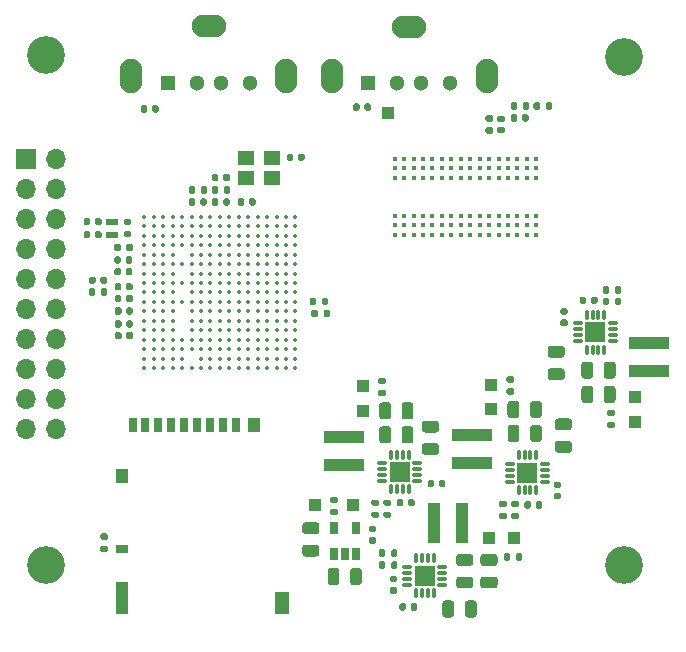
<source format=gbr>
%TF.GenerationSoftware,KiCad,Pcbnew,5.1.9-1.fc33*%
%TF.CreationDate,2021-05-17T09:51:24-07:00*%
%TF.ProjectId,hardware,68617264-7761-4726-952e-6b696361645f,rev?*%
%TF.SameCoordinates,Original*%
%TF.FileFunction,Soldermask,Top*%
%TF.FilePolarity,Negative*%
%FSLAX46Y46*%
G04 Gerber Fmt 4.6, Leading zero omitted, Abs format (unit mm)*
G04 Created by KiCad (PCBNEW 5.1.9-1.fc33) date 2021-05-17 09:51:24*
%MOMM*%
%LPD*%
G01*
G04 APERTURE LIST*
%ADD10C,0.340000*%
%ADD11O,1.700000X1.700000*%
%ADD12R,1.700000X1.700000*%
%ADD13C,3.200000*%
%ADD14O,2.900000X1.900000*%
%ADD15O,1.900000X2.900000*%
%ADD16C,1.300000*%
%ADD17R,1.300000X1.300000*%
%ADD18C,0.399500*%
%ADD19R,1.000000X0.500000*%
%ADD20R,1.400000X1.200000*%
%ADD21R,1.000000X1.000000*%
%ADD22R,1.300000X1.900000*%
%ADD23R,1.000000X2.800000*%
%ADD24R,1.000000X0.800000*%
%ADD25R,1.000000X1.200000*%
%ADD26R,0.700000X1.200000*%
%ADD27R,0.650000X1.060000*%
%ADD28C,0.450000*%
%ADD29O,0.850000X0.280000*%
%ADD30O,0.280000X0.850000*%
%ADD31R,0.980000X3.400000*%
%ADD32R,3.400000X0.980000*%
G04 APERTURE END LIST*
%TO.C,R27*%
G36*
G01*
X123531600Y-110929000D02*
X123531600Y-110559000D01*
G75*
G02*
X123666600Y-110424000I135000J0D01*
G01*
X123936600Y-110424000D01*
G75*
G02*
X124071600Y-110559000I0J-135000D01*
G01*
X124071600Y-110929000D01*
G75*
G02*
X123936600Y-111064000I-135000J0D01*
G01*
X123666600Y-111064000D01*
G75*
G02*
X123531600Y-110929000I0J135000D01*
G01*
G37*
G36*
G01*
X122511600Y-110929000D02*
X122511600Y-110559000D01*
G75*
G02*
X122646600Y-110424000I135000J0D01*
G01*
X122916600Y-110424000D01*
G75*
G02*
X123051600Y-110559000I0J-135000D01*
G01*
X123051600Y-110929000D01*
G75*
G02*
X122916600Y-111064000I-135000J0D01*
G01*
X122646600Y-111064000D01*
G75*
G02*
X122511600Y-110929000I0J135000D01*
G01*
G37*
%TD*%
D10*
%TO.C,U2*%
X108357200Y-102566000D03*
X109157200Y-102566000D03*
X109957200Y-102566000D03*
X110757200Y-102566000D03*
X111557200Y-102566000D03*
X112357200Y-102566000D03*
X113157200Y-102566000D03*
X113957200Y-102566000D03*
X114757200Y-102566000D03*
X115557200Y-102566000D03*
X116357200Y-102566000D03*
X117157200Y-102566000D03*
X117957200Y-102566000D03*
X118757200Y-102566000D03*
X119557200Y-102566000D03*
X120357200Y-102566000D03*
X121157200Y-102566000D03*
X108357200Y-103366000D03*
X109157200Y-103366000D03*
X109957200Y-103366000D03*
X110757200Y-103366000D03*
X111557200Y-103366000D03*
X112357200Y-103366000D03*
X113157200Y-103366000D03*
X113957200Y-103366000D03*
X114757200Y-103366000D03*
X115557200Y-103366000D03*
X116357200Y-103366000D03*
X117157200Y-103366000D03*
X117957200Y-103366000D03*
X118757200Y-103366000D03*
X119557200Y-103366000D03*
X120357200Y-103366000D03*
X121157200Y-103366000D03*
X108357200Y-104166000D03*
X109157200Y-104166000D03*
X109957200Y-104166000D03*
X110757200Y-104166000D03*
X111557200Y-104166000D03*
X112357200Y-104166000D03*
X113157200Y-104166000D03*
X113957200Y-104166000D03*
X114757200Y-104166000D03*
X115557200Y-104166000D03*
X116357200Y-104166000D03*
X117157200Y-104166000D03*
X117957200Y-104166000D03*
X118757200Y-104166000D03*
X119557200Y-104166000D03*
X120357200Y-104166000D03*
X121157200Y-104166000D03*
X108357200Y-104966000D03*
X109157200Y-104966000D03*
X109957200Y-104966000D03*
X110757200Y-104966000D03*
X111557200Y-104966000D03*
X112357200Y-104966000D03*
X113157200Y-104966000D03*
X113957200Y-104966000D03*
X114757200Y-104966000D03*
X115557200Y-104966000D03*
X116357200Y-104966000D03*
X117157200Y-104966000D03*
X117957200Y-104966000D03*
X118757200Y-104966000D03*
X119557200Y-104966000D03*
X120357200Y-104966000D03*
X121157200Y-104966000D03*
X108357200Y-105766000D03*
X109157200Y-105766000D03*
X109957200Y-105766000D03*
X110757200Y-105766000D03*
X112357200Y-105766000D03*
X113157200Y-105766000D03*
X113957200Y-105766000D03*
X114757200Y-105766000D03*
X115557200Y-105766000D03*
X116357200Y-105766000D03*
X117157200Y-105766000D03*
X117957200Y-105766000D03*
X118757200Y-105766000D03*
X119557200Y-105766000D03*
X120357200Y-105766000D03*
X121157200Y-105766000D03*
X108357200Y-106566000D03*
X109157200Y-106566000D03*
X109957200Y-106566000D03*
X110757200Y-106566000D03*
X111557200Y-106566000D03*
X112357200Y-106566000D03*
X113157200Y-106566000D03*
X113957200Y-106566000D03*
X114757200Y-106566000D03*
X115557200Y-106566000D03*
X116357200Y-106566000D03*
X117157200Y-106566000D03*
X117957200Y-106566000D03*
X118757200Y-106566000D03*
X119557200Y-106566000D03*
X120357200Y-106566000D03*
X121157200Y-106566000D03*
X108357200Y-107366000D03*
X109157200Y-107366000D03*
X109957200Y-107366000D03*
X110757200Y-107366000D03*
X112357200Y-107366000D03*
X113157200Y-107366000D03*
X113957200Y-107366000D03*
X114757200Y-107366000D03*
X115557200Y-107366000D03*
X116357200Y-107366000D03*
X117157200Y-107366000D03*
X117957200Y-107366000D03*
X118757200Y-107366000D03*
X119557200Y-107366000D03*
X120357200Y-107366000D03*
X121157200Y-107366000D03*
X108357200Y-108166000D03*
X109157200Y-108166000D03*
X109957200Y-108166000D03*
X110757200Y-108166000D03*
X111557200Y-108166000D03*
X112357200Y-108166000D03*
X113157200Y-108166000D03*
X113957200Y-108166000D03*
X114757200Y-108166000D03*
X115557200Y-108166000D03*
X116357200Y-108166000D03*
X117157200Y-108166000D03*
X117957200Y-108166000D03*
X118757200Y-108166000D03*
X119557200Y-108166000D03*
X120357200Y-108166000D03*
X121157200Y-108166000D03*
X108357200Y-108966000D03*
X109157200Y-108966000D03*
X109957200Y-108966000D03*
X110757200Y-108966000D03*
X112357200Y-108966000D03*
X113157200Y-108966000D03*
X113957200Y-108966000D03*
X114757200Y-108966000D03*
X115557200Y-108966000D03*
X116357200Y-108966000D03*
X117157200Y-108966000D03*
X117957200Y-108966000D03*
X118757200Y-108966000D03*
X119557200Y-108966000D03*
X120357200Y-108966000D03*
X121157200Y-108966000D03*
X108357200Y-109766000D03*
X109157200Y-109766000D03*
X109957200Y-109766000D03*
X110757200Y-109766000D03*
X111557200Y-109766000D03*
X112357200Y-109766000D03*
X113157200Y-109766000D03*
X113957200Y-109766000D03*
X114757200Y-109766000D03*
X115557200Y-109766000D03*
X116357200Y-109766000D03*
X117157200Y-109766000D03*
X117957200Y-109766000D03*
X118757200Y-109766000D03*
X119557200Y-109766000D03*
X120357200Y-109766000D03*
X121157200Y-109766000D03*
X108357200Y-110566000D03*
X109157200Y-110566000D03*
X109957200Y-110566000D03*
X110757200Y-110566000D03*
X112357200Y-110566000D03*
X113157200Y-110566000D03*
X113957200Y-110566000D03*
X114757200Y-110566000D03*
X115557200Y-110566000D03*
X116357200Y-110566000D03*
X117157200Y-110566000D03*
X117957200Y-110566000D03*
X118757200Y-110566000D03*
X119557200Y-110566000D03*
X120357200Y-110566000D03*
X121157200Y-110566000D03*
X108357200Y-111366000D03*
X109157200Y-111366000D03*
X109957200Y-111366000D03*
X110757200Y-111366000D03*
X112357200Y-111366000D03*
X113157200Y-111366000D03*
X113957200Y-111366000D03*
X114757200Y-111366000D03*
X115557200Y-111366000D03*
X116357200Y-111366000D03*
X117157200Y-111366000D03*
X117957200Y-111366000D03*
X118757200Y-111366000D03*
X119557200Y-111366000D03*
X120357200Y-111366000D03*
X121157200Y-111366000D03*
X108357200Y-112166000D03*
X109157200Y-112166000D03*
X109957200Y-112166000D03*
X110757200Y-112166000D03*
X112357200Y-112166000D03*
X113157200Y-112166000D03*
X113957200Y-112166000D03*
X114757200Y-112166000D03*
X115557200Y-112166000D03*
X116357200Y-112166000D03*
X117157200Y-112166000D03*
X117957200Y-112166000D03*
X118757200Y-112166000D03*
X119557200Y-112166000D03*
X120357200Y-112166000D03*
X121157200Y-112166000D03*
X108357200Y-112966000D03*
X109157200Y-112966000D03*
X109957200Y-112966000D03*
X110757200Y-112966000D03*
X111557200Y-112966000D03*
X112357200Y-112966000D03*
X113157200Y-112966000D03*
X113957200Y-112966000D03*
X114757200Y-112966000D03*
X115557200Y-112966000D03*
X116357200Y-112966000D03*
X117157200Y-112966000D03*
X117957200Y-112966000D03*
X118757200Y-112966000D03*
X119557200Y-112966000D03*
X120357200Y-112966000D03*
X121157200Y-112966000D03*
X108357200Y-113766000D03*
X109157200Y-113766000D03*
X109957200Y-113766000D03*
X110757200Y-113766000D03*
X111557200Y-113766000D03*
X112357200Y-113766000D03*
X113157200Y-113766000D03*
X113957200Y-113766000D03*
X114757200Y-113766000D03*
X115557200Y-113766000D03*
X116357200Y-113766000D03*
X117157200Y-113766000D03*
X117957200Y-113766000D03*
X118757200Y-113766000D03*
X119557200Y-113766000D03*
X120357200Y-113766000D03*
X121157200Y-113766000D03*
X108357200Y-114566000D03*
X109157200Y-114566000D03*
X109957200Y-114566000D03*
X110757200Y-114566000D03*
X111557200Y-114566000D03*
X113157200Y-114566000D03*
X113957200Y-114566000D03*
X114757200Y-114566000D03*
X115557200Y-114566000D03*
X116357200Y-114566000D03*
X117157200Y-114566000D03*
X117957200Y-114566000D03*
X118757200Y-114566000D03*
X119557200Y-114566000D03*
X120357200Y-114566000D03*
X121157200Y-114566000D03*
X108357200Y-115366000D03*
X109157200Y-115366000D03*
X109957200Y-115366000D03*
X110757200Y-115366000D03*
X111557200Y-115366000D03*
X112357200Y-115366000D03*
X113157200Y-115366000D03*
X113957200Y-115366000D03*
X114757200Y-115366000D03*
X115557200Y-115366000D03*
X116357200Y-115366000D03*
X117157200Y-115366000D03*
X117957200Y-115366000D03*
X118757200Y-115366000D03*
X119557200Y-115366000D03*
X120357200Y-115366000D03*
X121157200Y-115366000D03*
%TD*%
D11*
%TO.C,J5*%
X100914200Y-120548400D03*
X98374200Y-120548400D03*
X100914200Y-118008400D03*
X98374200Y-118008400D03*
X100914200Y-115468400D03*
X98374200Y-115468400D03*
X100914200Y-112928400D03*
X98374200Y-112928400D03*
X100914200Y-110388400D03*
X98374200Y-110388400D03*
X100914200Y-107848400D03*
X98374200Y-107848400D03*
X100914200Y-105308400D03*
X98374200Y-105308400D03*
X100914200Y-102768400D03*
X98374200Y-102768400D03*
X100914200Y-100228400D03*
X98374200Y-100228400D03*
X100914200Y-97688400D03*
D12*
X98374200Y-97688400D03*
%TD*%
D13*
%TO.C,H4*%
X149000000Y-89000000D03*
%TD*%
%TO.C,H3*%
X100000000Y-88849200D03*
%TD*%
%TO.C,H2*%
X149000000Y-132000000D03*
%TD*%
%TO.C,H1*%
X100000000Y-132000000D03*
%TD*%
%TO.C,C28*%
G36*
G01*
X121978400Y-130320200D02*
X122928400Y-130320200D01*
G75*
G02*
X123178400Y-130570200I0J-250000D01*
G01*
X123178400Y-131070200D01*
G75*
G02*
X122928400Y-131320200I-250000J0D01*
G01*
X121978400Y-131320200D01*
G75*
G02*
X121728400Y-131070200I0J250000D01*
G01*
X121728400Y-130570200D01*
G75*
G02*
X121978400Y-130320200I250000J0D01*
G01*
G37*
G36*
G01*
X121978400Y-128420200D02*
X122928400Y-128420200D01*
G75*
G02*
X123178400Y-128670200I0J-250000D01*
G01*
X123178400Y-129170200D01*
G75*
G02*
X122928400Y-129420200I-250000J0D01*
G01*
X121978400Y-129420200D01*
G75*
G02*
X121728400Y-129170200I0J250000D01*
G01*
X121728400Y-128670200D01*
G75*
G02*
X121978400Y-128420200I250000J0D01*
G01*
G37*
%TD*%
%TO.C,C26*%
G36*
G01*
X125773600Y-133494800D02*
X125773600Y-132544800D01*
G75*
G02*
X126023600Y-132294800I250000J0D01*
G01*
X126523600Y-132294800D01*
G75*
G02*
X126773600Y-132544800I0J-250000D01*
G01*
X126773600Y-133494800D01*
G75*
G02*
X126523600Y-133744800I-250000J0D01*
G01*
X126023600Y-133744800D01*
G75*
G02*
X125773600Y-133494800I0J250000D01*
G01*
G37*
G36*
G01*
X123873600Y-133494800D02*
X123873600Y-132544800D01*
G75*
G02*
X124123600Y-132294800I250000J0D01*
G01*
X124623600Y-132294800D01*
G75*
G02*
X124873600Y-132544800I0J-250000D01*
G01*
X124873600Y-133494800D01*
G75*
G02*
X124623600Y-133744800I-250000J0D01*
G01*
X124123600Y-133744800D01*
G75*
G02*
X123873600Y-133494800I0J250000D01*
G01*
G37*
%TD*%
%TO.C,C25*%
G36*
G01*
X137066000Y-133012600D02*
X138016000Y-133012600D01*
G75*
G02*
X138266000Y-133262600I0J-250000D01*
G01*
X138266000Y-133762600D01*
G75*
G02*
X138016000Y-134012600I-250000J0D01*
G01*
X137066000Y-134012600D01*
G75*
G02*
X136816000Y-133762600I0J250000D01*
G01*
X136816000Y-133262600D01*
G75*
G02*
X137066000Y-133012600I250000J0D01*
G01*
G37*
G36*
G01*
X137066000Y-131112600D02*
X138016000Y-131112600D01*
G75*
G02*
X138266000Y-131362600I0J-250000D01*
G01*
X138266000Y-131862600D01*
G75*
G02*
X138016000Y-132112600I-250000J0D01*
G01*
X137066000Y-132112600D01*
G75*
G02*
X136816000Y-131862600I0J250000D01*
G01*
X136816000Y-131362600D01*
G75*
G02*
X137066000Y-131112600I250000J0D01*
G01*
G37*
%TD*%
%TO.C,C24*%
G36*
G01*
X141013600Y-121379000D02*
X141013600Y-120429000D01*
G75*
G02*
X141263600Y-120179000I250000J0D01*
G01*
X141763600Y-120179000D01*
G75*
G02*
X142013600Y-120429000I0J-250000D01*
G01*
X142013600Y-121379000D01*
G75*
G02*
X141763600Y-121629000I-250000J0D01*
G01*
X141263600Y-121629000D01*
G75*
G02*
X141013600Y-121379000I0J250000D01*
G01*
G37*
G36*
G01*
X139113600Y-121379000D02*
X139113600Y-120429000D01*
G75*
G02*
X139363600Y-120179000I250000J0D01*
G01*
X139863600Y-120179000D01*
G75*
G02*
X140113600Y-120429000I0J-250000D01*
G01*
X140113600Y-121379000D01*
G75*
G02*
X139863600Y-121629000I-250000J0D01*
G01*
X139363600Y-121629000D01*
G75*
G02*
X139113600Y-121379000I0J250000D01*
G01*
G37*
%TD*%
%TO.C,C23*%
G36*
G01*
X135008600Y-133012600D02*
X135958600Y-133012600D01*
G75*
G02*
X136208600Y-133262600I0J-250000D01*
G01*
X136208600Y-133762600D01*
G75*
G02*
X135958600Y-134012600I-250000J0D01*
G01*
X135008600Y-134012600D01*
G75*
G02*
X134758600Y-133762600I0J250000D01*
G01*
X134758600Y-133262600D01*
G75*
G02*
X135008600Y-133012600I250000J0D01*
G01*
G37*
G36*
G01*
X135008600Y-131112600D02*
X135958600Y-131112600D01*
G75*
G02*
X136208600Y-131362600I0J-250000D01*
G01*
X136208600Y-131862600D01*
G75*
G02*
X135958600Y-132112600I-250000J0D01*
G01*
X135008600Y-132112600D01*
G75*
G02*
X134758600Y-131862600I0J250000D01*
G01*
X134758600Y-131362600D01*
G75*
G02*
X135008600Y-131112600I250000J0D01*
G01*
G37*
%TD*%
%TO.C,C22*%
G36*
G01*
X141008520Y-119347000D02*
X141008520Y-118397000D01*
G75*
G02*
X141258520Y-118147000I250000J0D01*
G01*
X141758520Y-118147000D01*
G75*
G02*
X142008520Y-118397000I0J-250000D01*
G01*
X142008520Y-119347000D01*
G75*
G02*
X141758520Y-119597000I-250000J0D01*
G01*
X141258520Y-119597000D01*
G75*
G02*
X141008520Y-119347000I0J250000D01*
G01*
G37*
G36*
G01*
X139108520Y-119347000D02*
X139108520Y-118397000D01*
G75*
G02*
X139358520Y-118147000I250000J0D01*
G01*
X139858520Y-118147000D01*
G75*
G02*
X140108520Y-118397000I0J-250000D01*
G01*
X140108520Y-119347000D01*
G75*
G02*
X139858520Y-119597000I-250000J0D01*
G01*
X139358520Y-119597000D01*
G75*
G02*
X139108520Y-119347000I0J250000D01*
G01*
G37*
%TD*%
%TO.C,C17*%
G36*
G01*
X135491600Y-136238000D02*
X135491600Y-135288000D01*
G75*
G02*
X135741600Y-135038000I250000J0D01*
G01*
X136241600Y-135038000D01*
G75*
G02*
X136491600Y-135288000I0J-250000D01*
G01*
X136491600Y-136238000D01*
G75*
G02*
X136241600Y-136488000I-250000J0D01*
G01*
X135741600Y-136488000D01*
G75*
G02*
X135491600Y-136238000I0J250000D01*
G01*
G37*
G36*
G01*
X133591600Y-136238000D02*
X133591600Y-135288000D01*
G75*
G02*
X133841600Y-135038000I250000J0D01*
G01*
X134341600Y-135038000D01*
G75*
G02*
X134591600Y-135288000I0J-250000D01*
G01*
X134591600Y-136238000D01*
G75*
G02*
X134341600Y-136488000I-250000J0D01*
G01*
X133841600Y-136488000D01*
G75*
G02*
X133591600Y-136238000I0J250000D01*
G01*
G37*
%TD*%
%TO.C,C16*%
G36*
G01*
X144315200Y-120631800D02*
X143365200Y-120631800D01*
G75*
G02*
X143115200Y-120381800I0J250000D01*
G01*
X143115200Y-119881800D01*
G75*
G02*
X143365200Y-119631800I250000J0D01*
G01*
X144315200Y-119631800D01*
G75*
G02*
X144565200Y-119881800I0J-250000D01*
G01*
X144565200Y-120381800D01*
G75*
G02*
X144315200Y-120631800I-250000J0D01*
G01*
G37*
G36*
G01*
X144315200Y-122531800D02*
X143365200Y-122531800D01*
G75*
G02*
X143115200Y-122281800I0J250000D01*
G01*
X143115200Y-121781800D01*
G75*
G02*
X143365200Y-121531800I250000J0D01*
G01*
X144315200Y-121531800D01*
G75*
G02*
X144565200Y-121781800I0J-250000D01*
G01*
X144565200Y-122281800D01*
G75*
G02*
X144315200Y-122531800I-250000J0D01*
G01*
G37*
%TD*%
%TO.C,C15*%
G36*
G01*
X130142400Y-119461300D02*
X130142400Y-118511300D01*
G75*
G02*
X130392400Y-118261300I250000J0D01*
G01*
X130892400Y-118261300D01*
G75*
G02*
X131142400Y-118511300I0J-250000D01*
G01*
X131142400Y-119461300D01*
G75*
G02*
X130892400Y-119711300I-250000J0D01*
G01*
X130392400Y-119711300D01*
G75*
G02*
X130142400Y-119461300I0J250000D01*
G01*
G37*
G36*
G01*
X128242400Y-119461300D02*
X128242400Y-118511300D01*
G75*
G02*
X128492400Y-118261300I250000J0D01*
G01*
X128992400Y-118261300D01*
G75*
G02*
X129242400Y-118511300I0J-250000D01*
G01*
X129242400Y-119461300D01*
G75*
G02*
X128992400Y-119711300I-250000J0D01*
G01*
X128492400Y-119711300D01*
G75*
G02*
X128242400Y-119461300I0J250000D01*
G01*
G37*
%TD*%
%TO.C,C14*%
G36*
G01*
X130142400Y-121493300D02*
X130142400Y-120543300D01*
G75*
G02*
X130392400Y-120293300I250000J0D01*
G01*
X130892400Y-120293300D01*
G75*
G02*
X131142400Y-120543300I0J-250000D01*
G01*
X131142400Y-121493300D01*
G75*
G02*
X130892400Y-121743300I-250000J0D01*
G01*
X130392400Y-121743300D01*
G75*
G02*
X130142400Y-121493300I0J250000D01*
G01*
G37*
G36*
G01*
X128242400Y-121493300D02*
X128242400Y-120543300D01*
G75*
G02*
X128492400Y-120293300I250000J0D01*
G01*
X128992400Y-120293300D01*
G75*
G02*
X129242400Y-120543300I0J-250000D01*
G01*
X129242400Y-121493300D01*
G75*
G02*
X128992400Y-121743300I-250000J0D01*
G01*
X128492400Y-121743300D01*
G75*
G02*
X128242400Y-121493300I0J250000D01*
G01*
G37*
%TD*%
%TO.C,C11*%
G36*
G01*
X133050300Y-120822300D02*
X132100300Y-120822300D01*
G75*
G02*
X131850300Y-120572300I0J250000D01*
G01*
X131850300Y-120072300D01*
G75*
G02*
X132100300Y-119822300I250000J0D01*
G01*
X133050300Y-119822300D01*
G75*
G02*
X133300300Y-120072300I0J-250000D01*
G01*
X133300300Y-120572300D01*
G75*
G02*
X133050300Y-120822300I-250000J0D01*
G01*
G37*
G36*
G01*
X133050300Y-122722300D02*
X132100300Y-122722300D01*
G75*
G02*
X131850300Y-122472300I0J250000D01*
G01*
X131850300Y-121972300D01*
G75*
G02*
X132100300Y-121722300I250000J0D01*
G01*
X133050300Y-121722300D01*
G75*
G02*
X133300300Y-121972300I0J-250000D01*
G01*
X133300300Y-122472300D01*
G75*
G02*
X133050300Y-122722300I-250000J0D01*
G01*
G37*
%TD*%
%TO.C,C10*%
G36*
G01*
X146362000Y-117127000D02*
X146362000Y-118077000D01*
G75*
G02*
X146112000Y-118327000I-250000J0D01*
G01*
X145612000Y-118327000D01*
G75*
G02*
X145362000Y-118077000I0J250000D01*
G01*
X145362000Y-117127000D01*
G75*
G02*
X145612000Y-116877000I250000J0D01*
G01*
X146112000Y-116877000D01*
G75*
G02*
X146362000Y-117127000I0J-250000D01*
G01*
G37*
G36*
G01*
X148262000Y-117127000D02*
X148262000Y-118077000D01*
G75*
G02*
X148012000Y-118327000I-250000J0D01*
G01*
X147512000Y-118327000D01*
G75*
G02*
X147262000Y-118077000I0J250000D01*
G01*
X147262000Y-117127000D01*
G75*
G02*
X147512000Y-116877000I250000J0D01*
G01*
X148012000Y-116877000D01*
G75*
G02*
X148262000Y-117127000I0J-250000D01*
G01*
G37*
%TD*%
%TO.C,C9*%
G36*
G01*
X146362000Y-115069600D02*
X146362000Y-116019600D01*
G75*
G02*
X146112000Y-116269600I-250000J0D01*
G01*
X145612000Y-116269600D01*
G75*
G02*
X145362000Y-116019600I0J250000D01*
G01*
X145362000Y-115069600D01*
G75*
G02*
X145612000Y-114819600I250000J0D01*
G01*
X146112000Y-114819600D01*
G75*
G02*
X146362000Y-115069600I0J-250000D01*
G01*
G37*
G36*
G01*
X148262000Y-115069600D02*
X148262000Y-116019600D01*
G75*
G02*
X148012000Y-116269600I-250000J0D01*
G01*
X147512000Y-116269600D01*
G75*
G02*
X147262000Y-116019600I0J250000D01*
G01*
X147262000Y-115069600D01*
G75*
G02*
X147512000Y-114819600I250000J0D01*
G01*
X148012000Y-114819600D01*
G75*
G02*
X148262000Y-115069600I0J-250000D01*
G01*
G37*
%TD*%
%TO.C,C6*%
G36*
G01*
X142755600Y-115385000D02*
X143705600Y-115385000D01*
G75*
G02*
X143955600Y-115635000I0J-250000D01*
G01*
X143955600Y-116135000D01*
G75*
G02*
X143705600Y-116385000I-250000J0D01*
G01*
X142755600Y-116385000D01*
G75*
G02*
X142505600Y-116135000I0J250000D01*
G01*
X142505600Y-115635000D01*
G75*
G02*
X142755600Y-115385000I250000J0D01*
G01*
G37*
G36*
G01*
X142755600Y-113485000D02*
X143705600Y-113485000D01*
G75*
G02*
X143955600Y-113735000I0J-250000D01*
G01*
X143955600Y-114235000D01*
G75*
G02*
X143705600Y-114485000I-250000J0D01*
G01*
X142755600Y-114485000D01*
G75*
G02*
X142505600Y-114235000I0J250000D01*
G01*
X142505600Y-113735000D01*
G75*
G02*
X142755600Y-113485000I250000J0D01*
G01*
G37*
%TD*%
D14*
%TO.C,J3*%
X113827440Y-86421240D03*
D15*
X120397440Y-90601240D03*
X107257440Y-90601240D03*
D16*
X117327440Y-91201240D03*
X114827440Y-91201240D03*
X112827440Y-91201240D03*
D17*
X110327440Y-91201240D03*
%TD*%
D18*
%TO.C,U1*%
X141553200Y-97663200D03*
X141553200Y-98463200D03*
X141553200Y-99263200D03*
X141553200Y-102463200D03*
X141553200Y-103263200D03*
X141553200Y-104063200D03*
X140753200Y-97663200D03*
X140753200Y-98463200D03*
X140753200Y-99263200D03*
X140753200Y-102463200D03*
X140753200Y-103263200D03*
X140753200Y-104063200D03*
X139953200Y-97663200D03*
X139953200Y-98463200D03*
X139953200Y-99263200D03*
X139953200Y-102463200D03*
X139953200Y-103263200D03*
X139953200Y-104063200D03*
X139153200Y-97663200D03*
X139153200Y-98463200D03*
X139153200Y-99263200D03*
X139153200Y-102463200D03*
X139153200Y-103263200D03*
X139153200Y-104063200D03*
X138353200Y-97663200D03*
X138353200Y-98463200D03*
X138353200Y-99263200D03*
X138353200Y-102463200D03*
X138353200Y-103263200D03*
X138353200Y-104063200D03*
X137553200Y-97663200D03*
X137553200Y-98463200D03*
X137553200Y-99263200D03*
X137553200Y-102463200D03*
X137553200Y-103263200D03*
X137553200Y-104063200D03*
X136753200Y-97663200D03*
X136753200Y-98463200D03*
X136753200Y-99263200D03*
X136753200Y-102463200D03*
X136753200Y-103263200D03*
X136753200Y-104063200D03*
X135953200Y-97663200D03*
X135953200Y-98463200D03*
X135953200Y-99263200D03*
X135953200Y-102463200D03*
X135953200Y-103263200D03*
X135953200Y-104063200D03*
X135153200Y-97663200D03*
X135153200Y-98463200D03*
X135153200Y-99263200D03*
X135153200Y-102463200D03*
X135153200Y-103263200D03*
X135153200Y-104063200D03*
X134353200Y-97663200D03*
X134353200Y-98463200D03*
X134353200Y-99263200D03*
X134353200Y-102463200D03*
X134353200Y-103263200D03*
X134353200Y-104063200D03*
X133553200Y-97663200D03*
X133553200Y-98463200D03*
X133553200Y-99263200D03*
X133553200Y-102463200D03*
X133553200Y-103263200D03*
X133553200Y-104063200D03*
X132753200Y-97663200D03*
X132753200Y-98463200D03*
X132753200Y-99263200D03*
X132753200Y-102463200D03*
X132753200Y-103263200D03*
X132753200Y-104063200D03*
X131953200Y-97663200D03*
X131953200Y-98463200D03*
X131953200Y-99263200D03*
X131953200Y-102463200D03*
X131953200Y-103263200D03*
X131953200Y-104063200D03*
X131153200Y-97663200D03*
X131153200Y-98463200D03*
X131153200Y-99263200D03*
X131153200Y-102463200D03*
X131153200Y-103263200D03*
X131153200Y-104063200D03*
X130353200Y-97663200D03*
X130353200Y-98463200D03*
X130353200Y-99263200D03*
X130353200Y-102463200D03*
X130353200Y-103263200D03*
X130353200Y-104063200D03*
X129553200Y-97663200D03*
X129553200Y-98463200D03*
X129553200Y-99263200D03*
X129553200Y-102463200D03*
X129553200Y-103263200D03*
X129553200Y-104063200D03*
%TD*%
%TO.C,R28*%
G36*
G01*
X123379200Y-109913000D02*
X123379200Y-109543000D01*
G75*
G02*
X123514200Y-109408000I135000J0D01*
G01*
X123784200Y-109408000D01*
G75*
G02*
X123919200Y-109543000I0J-135000D01*
G01*
X123919200Y-109913000D01*
G75*
G02*
X123784200Y-110048000I-135000J0D01*
G01*
X123514200Y-110048000D01*
G75*
G02*
X123379200Y-109913000I0J135000D01*
G01*
G37*
G36*
G01*
X122359200Y-109913000D02*
X122359200Y-109543000D01*
G75*
G02*
X122494200Y-109408000I135000J0D01*
G01*
X122764200Y-109408000D01*
G75*
G02*
X122899200Y-109543000I0J-135000D01*
G01*
X122899200Y-109913000D01*
G75*
G02*
X122764200Y-110048000I-135000J0D01*
G01*
X122494200Y-110048000D01*
G75*
G02*
X122359200Y-109913000I0J135000D01*
G01*
G37*
%TD*%
%TO.C,C106*%
G36*
G01*
X126996800Y-93438800D02*
X126996800Y-93098800D01*
G75*
G02*
X127136800Y-92958800I140000J0D01*
G01*
X127416800Y-92958800D01*
G75*
G02*
X127556800Y-93098800I0J-140000D01*
G01*
X127556800Y-93438800D01*
G75*
G02*
X127416800Y-93578800I-140000J0D01*
G01*
X127136800Y-93578800D01*
G75*
G02*
X126996800Y-93438800I0J140000D01*
G01*
G37*
G36*
G01*
X126036800Y-93438800D02*
X126036800Y-93098800D01*
G75*
G02*
X126176800Y-92958800I140000J0D01*
G01*
X126456800Y-92958800D01*
G75*
G02*
X126596800Y-93098800I0J-140000D01*
G01*
X126596800Y-93438800D01*
G75*
G02*
X126456800Y-93578800I-140000J0D01*
G01*
X126176800Y-93578800D01*
G75*
G02*
X126036800Y-93438800I0J140000D01*
G01*
G37*
%TD*%
%TO.C,C105*%
G36*
G01*
X109013600Y-93591200D02*
X109013600Y-93251200D01*
G75*
G02*
X109153600Y-93111200I140000J0D01*
G01*
X109433600Y-93111200D01*
G75*
G02*
X109573600Y-93251200I0J-140000D01*
G01*
X109573600Y-93591200D01*
G75*
G02*
X109433600Y-93731200I-140000J0D01*
G01*
X109153600Y-93731200D01*
G75*
G02*
X109013600Y-93591200I0J140000D01*
G01*
G37*
G36*
G01*
X108053600Y-93591200D02*
X108053600Y-93251200D01*
G75*
G02*
X108193600Y-93111200I140000J0D01*
G01*
X108473600Y-93111200D01*
G75*
G02*
X108613600Y-93251200I0J-140000D01*
G01*
X108613600Y-93591200D01*
G75*
G02*
X108473600Y-93731200I-140000J0D01*
G01*
X108193600Y-93731200D01*
G75*
G02*
X108053600Y-93591200I0J140000D01*
G01*
G37*
%TD*%
%TO.C,C104*%
G36*
G01*
X106403800Y-108313400D02*
X106403800Y-108653400D01*
G75*
G02*
X106263800Y-108793400I-140000J0D01*
G01*
X105983800Y-108793400D01*
G75*
G02*
X105843800Y-108653400I0J140000D01*
G01*
X105843800Y-108313400D01*
G75*
G02*
X105983800Y-108173400I140000J0D01*
G01*
X106263800Y-108173400D01*
G75*
G02*
X106403800Y-108313400I0J-140000D01*
G01*
G37*
G36*
G01*
X107363800Y-108313400D02*
X107363800Y-108653400D01*
G75*
G02*
X107223800Y-108793400I-140000J0D01*
G01*
X106943800Y-108793400D01*
G75*
G02*
X106803800Y-108653400I0J140000D01*
G01*
X106803800Y-108313400D01*
G75*
G02*
X106943800Y-108173400I140000J0D01*
G01*
X107223800Y-108173400D01*
G75*
G02*
X107363800Y-108313400I0J-140000D01*
G01*
G37*
%TD*%
%TO.C,C103*%
G36*
G01*
X106403800Y-109304000D02*
X106403800Y-109644000D01*
G75*
G02*
X106263800Y-109784000I-140000J0D01*
G01*
X105983800Y-109784000D01*
G75*
G02*
X105843800Y-109644000I0J140000D01*
G01*
X105843800Y-109304000D01*
G75*
G02*
X105983800Y-109164000I140000J0D01*
G01*
X106263800Y-109164000D01*
G75*
G02*
X106403800Y-109304000I0J-140000D01*
G01*
G37*
G36*
G01*
X107363800Y-109304000D02*
X107363800Y-109644000D01*
G75*
G02*
X107223800Y-109784000I-140000J0D01*
G01*
X106943800Y-109784000D01*
G75*
G02*
X106803800Y-109644000I0J140000D01*
G01*
X106803800Y-109304000D01*
G75*
G02*
X106943800Y-109164000I140000J0D01*
G01*
X107223800Y-109164000D01*
G75*
G02*
X107363800Y-109304000I0J-140000D01*
G01*
G37*
%TD*%
%TO.C,C102*%
G36*
G01*
X104242260Y-107757140D02*
X104242260Y-108097140D01*
G75*
G02*
X104102260Y-108237140I-140000J0D01*
G01*
X103822260Y-108237140D01*
G75*
G02*
X103682260Y-108097140I0J140000D01*
G01*
X103682260Y-107757140D01*
G75*
G02*
X103822260Y-107617140I140000J0D01*
G01*
X104102260Y-107617140D01*
G75*
G02*
X104242260Y-107757140I0J-140000D01*
G01*
G37*
G36*
G01*
X105202260Y-107757140D02*
X105202260Y-108097140D01*
G75*
G02*
X105062260Y-108237140I-140000J0D01*
G01*
X104782260Y-108237140D01*
G75*
G02*
X104642260Y-108097140I0J140000D01*
G01*
X104642260Y-107757140D01*
G75*
G02*
X104782260Y-107617140I140000J0D01*
G01*
X105062260Y-107617140D01*
G75*
G02*
X105202260Y-107757140I0J-140000D01*
G01*
G37*
%TD*%
%TO.C,C101*%
G36*
G01*
X106429200Y-110370800D02*
X106429200Y-110710800D01*
G75*
G02*
X106289200Y-110850800I-140000J0D01*
G01*
X106009200Y-110850800D01*
G75*
G02*
X105869200Y-110710800I0J140000D01*
G01*
X105869200Y-110370800D01*
G75*
G02*
X106009200Y-110230800I140000J0D01*
G01*
X106289200Y-110230800D01*
G75*
G02*
X106429200Y-110370800I0J-140000D01*
G01*
G37*
G36*
G01*
X107389200Y-110370800D02*
X107389200Y-110710800D01*
G75*
G02*
X107249200Y-110850800I-140000J0D01*
G01*
X106969200Y-110850800D01*
G75*
G02*
X106829200Y-110710800I0J140000D01*
G01*
X106829200Y-110370800D01*
G75*
G02*
X106969200Y-110230800I140000J0D01*
G01*
X107249200Y-110230800D01*
G75*
G02*
X107389200Y-110370800I0J-140000D01*
G01*
G37*
%TD*%
%TO.C,C100*%
G36*
G01*
X106778400Y-106387720D02*
X106778400Y-106047720D01*
G75*
G02*
X106918400Y-105907720I140000J0D01*
G01*
X107198400Y-105907720D01*
G75*
G02*
X107338400Y-106047720I0J-140000D01*
G01*
X107338400Y-106387720D01*
G75*
G02*
X107198400Y-106527720I-140000J0D01*
G01*
X106918400Y-106527720D01*
G75*
G02*
X106778400Y-106387720I0J140000D01*
G01*
G37*
G36*
G01*
X105818400Y-106387720D02*
X105818400Y-106047720D01*
G75*
G02*
X105958400Y-105907720I140000J0D01*
G01*
X106238400Y-105907720D01*
G75*
G02*
X106378400Y-106047720I0J-140000D01*
G01*
X106378400Y-106387720D01*
G75*
G02*
X106238400Y-106527720I-140000J0D01*
G01*
X105958400Y-106527720D01*
G75*
G02*
X105818400Y-106387720I0J140000D01*
G01*
G37*
%TD*%
%TO.C,C98*%
G36*
G01*
X114638480Y-99077960D02*
X114638480Y-99417960D01*
G75*
G02*
X114498480Y-99557960I-140000J0D01*
G01*
X114218480Y-99557960D01*
G75*
G02*
X114078480Y-99417960I0J140000D01*
G01*
X114078480Y-99077960D01*
G75*
G02*
X114218480Y-98937960I140000J0D01*
G01*
X114498480Y-98937960D01*
G75*
G02*
X114638480Y-99077960I0J-140000D01*
G01*
G37*
G36*
G01*
X115598480Y-99077960D02*
X115598480Y-99417960D01*
G75*
G02*
X115458480Y-99557960I-140000J0D01*
G01*
X115178480Y-99557960D01*
G75*
G02*
X115038480Y-99417960I0J140000D01*
G01*
X115038480Y-99077960D01*
G75*
G02*
X115178480Y-98937960I140000J0D01*
G01*
X115458480Y-98937960D01*
G75*
G02*
X115598480Y-99077960I0J-140000D01*
G01*
G37*
%TD*%
%TO.C,C97*%
G36*
G01*
X121365680Y-97700920D02*
X121365680Y-97360920D01*
G75*
G02*
X121505680Y-97220920I140000J0D01*
G01*
X121785680Y-97220920D01*
G75*
G02*
X121925680Y-97360920I0J-140000D01*
G01*
X121925680Y-97700920D01*
G75*
G02*
X121785680Y-97840920I-140000J0D01*
G01*
X121505680Y-97840920D01*
G75*
G02*
X121365680Y-97700920I0J140000D01*
G01*
G37*
G36*
G01*
X120405680Y-97700920D02*
X120405680Y-97360920D01*
G75*
G02*
X120545680Y-97220920I140000J0D01*
G01*
X120825680Y-97220920D01*
G75*
G02*
X120965680Y-97360920I0J-140000D01*
G01*
X120965680Y-97700920D01*
G75*
G02*
X120825680Y-97840920I-140000J0D01*
G01*
X120545680Y-97840920D01*
G75*
G02*
X120405680Y-97700920I0J140000D01*
G01*
G37*
%TD*%
%TO.C,C96*%
G36*
G01*
X104177440Y-103131440D02*
X104177440Y-102791440D01*
G75*
G02*
X104317440Y-102651440I140000J0D01*
G01*
X104597440Y-102651440D01*
G75*
G02*
X104737440Y-102791440I0J-140000D01*
G01*
X104737440Y-103131440D01*
G75*
G02*
X104597440Y-103271440I-140000J0D01*
G01*
X104317440Y-103271440D01*
G75*
G02*
X104177440Y-103131440I0J140000D01*
G01*
G37*
G36*
G01*
X103217440Y-103131440D02*
X103217440Y-102791440D01*
G75*
G02*
X103357440Y-102651440I140000J0D01*
G01*
X103637440Y-102651440D01*
G75*
G02*
X103777440Y-102791440I0J-140000D01*
G01*
X103777440Y-103131440D01*
G75*
G02*
X103637440Y-103271440I-140000J0D01*
G01*
X103357440Y-103271440D01*
G75*
G02*
X103217440Y-103131440I0J140000D01*
G01*
G37*
%TD*%
%TO.C,C95*%
G36*
G01*
X104177440Y-104233800D02*
X104177440Y-103893800D01*
G75*
G02*
X104317440Y-103753800I140000J0D01*
G01*
X104597440Y-103753800D01*
G75*
G02*
X104737440Y-103893800I0J-140000D01*
G01*
X104737440Y-104233800D01*
G75*
G02*
X104597440Y-104373800I-140000J0D01*
G01*
X104317440Y-104373800D01*
G75*
G02*
X104177440Y-104233800I0J140000D01*
G01*
G37*
G36*
G01*
X103217440Y-104233800D02*
X103217440Y-103893800D01*
G75*
G02*
X103357440Y-103753800I140000J0D01*
G01*
X103637440Y-103753800D01*
G75*
G02*
X103777440Y-103893800I0J-140000D01*
G01*
X103777440Y-104233800D01*
G75*
G02*
X103637440Y-104373800I-140000J0D01*
G01*
X103357440Y-104373800D01*
G75*
G02*
X103217440Y-104233800I0J140000D01*
G01*
G37*
%TD*%
%TO.C,C73*%
G36*
G01*
X116817800Y-101125200D02*
X116817800Y-101465200D01*
G75*
G02*
X116677800Y-101605200I-140000J0D01*
G01*
X116397800Y-101605200D01*
G75*
G02*
X116257800Y-101465200I0J140000D01*
G01*
X116257800Y-101125200D01*
G75*
G02*
X116397800Y-100985200I140000J0D01*
G01*
X116677800Y-100985200D01*
G75*
G02*
X116817800Y-101125200I0J-140000D01*
G01*
G37*
G36*
G01*
X117777800Y-101125200D02*
X117777800Y-101465200D01*
G75*
G02*
X117637800Y-101605200I-140000J0D01*
G01*
X117357800Y-101605200D01*
G75*
G02*
X117217800Y-101465200I0J140000D01*
G01*
X117217800Y-101125200D01*
G75*
G02*
X117357800Y-100985200I140000J0D01*
G01*
X117637800Y-100985200D01*
G75*
G02*
X117777800Y-101125200I0J-140000D01*
G01*
G37*
%TD*%
%TO.C,C33*%
G36*
G01*
X106378400Y-107043400D02*
X106378400Y-107383400D01*
G75*
G02*
X106238400Y-107523400I-140000J0D01*
G01*
X105958400Y-107523400D01*
G75*
G02*
X105818400Y-107383400I0J140000D01*
G01*
X105818400Y-107043400D01*
G75*
G02*
X105958400Y-106903400I140000J0D01*
G01*
X106238400Y-106903400D01*
G75*
G02*
X106378400Y-107043400I0J-140000D01*
G01*
G37*
G36*
G01*
X107338400Y-107043400D02*
X107338400Y-107383400D01*
G75*
G02*
X107198400Y-107523400I-140000J0D01*
G01*
X106918400Y-107523400D01*
G75*
G02*
X106778400Y-107383400I0J140000D01*
G01*
X106778400Y-107043400D01*
G75*
G02*
X106918400Y-106903400I140000J0D01*
G01*
X107198400Y-106903400D01*
G75*
G02*
X107338400Y-107043400I0J-140000D01*
G01*
G37*
%TD*%
%TO.C,C30*%
G36*
G01*
X106429200Y-112453600D02*
X106429200Y-112793600D01*
G75*
G02*
X106289200Y-112933600I-140000J0D01*
G01*
X106009200Y-112933600D01*
G75*
G02*
X105869200Y-112793600I0J140000D01*
G01*
X105869200Y-112453600D01*
G75*
G02*
X106009200Y-112313600I140000J0D01*
G01*
X106289200Y-112313600D01*
G75*
G02*
X106429200Y-112453600I0J-140000D01*
G01*
G37*
G36*
G01*
X107389200Y-112453600D02*
X107389200Y-112793600D01*
G75*
G02*
X107249200Y-112933600I-140000J0D01*
G01*
X106969200Y-112933600D01*
G75*
G02*
X106829200Y-112793600I0J140000D01*
G01*
X106829200Y-112453600D01*
G75*
G02*
X106969200Y-112313600I140000J0D01*
G01*
X107249200Y-112313600D01*
G75*
G02*
X107389200Y-112453600I0J-140000D01*
G01*
G37*
%TD*%
%TO.C,C29*%
G36*
G01*
X106429200Y-111463000D02*
X106429200Y-111803000D01*
G75*
G02*
X106289200Y-111943000I-140000J0D01*
G01*
X106009200Y-111943000D01*
G75*
G02*
X105869200Y-111803000I0J140000D01*
G01*
X105869200Y-111463000D01*
G75*
G02*
X106009200Y-111323000I140000J0D01*
G01*
X106289200Y-111323000D01*
G75*
G02*
X106429200Y-111463000I0J-140000D01*
G01*
G37*
G36*
G01*
X107389200Y-111463000D02*
X107389200Y-111803000D01*
G75*
G02*
X107249200Y-111943000I-140000J0D01*
G01*
X106969200Y-111943000D01*
G75*
G02*
X106829200Y-111803000I0J140000D01*
G01*
X106829200Y-111463000D01*
G75*
G02*
X106969200Y-111323000I140000J0D01*
G01*
X107249200Y-111323000D01*
G75*
G02*
X107389200Y-111463000I0J-140000D01*
G01*
G37*
%TD*%
%TO.C,C27*%
G36*
G01*
X127515800Y-129663800D02*
X127855800Y-129663800D01*
G75*
G02*
X127995800Y-129803800I0J-140000D01*
G01*
X127995800Y-130083800D01*
G75*
G02*
X127855800Y-130223800I-140000J0D01*
G01*
X127515800Y-130223800D01*
G75*
G02*
X127375800Y-130083800I0J140000D01*
G01*
X127375800Y-129803800D01*
G75*
G02*
X127515800Y-129663800I140000J0D01*
G01*
G37*
G36*
G01*
X127515800Y-128703800D02*
X127855800Y-128703800D01*
G75*
G02*
X127995800Y-128843800I0J-140000D01*
G01*
X127995800Y-129123800D01*
G75*
G02*
X127855800Y-129263800I-140000J0D01*
G01*
X127515800Y-129263800D01*
G75*
G02*
X127375800Y-129123800I0J140000D01*
G01*
X127375800Y-128843800D01*
G75*
G02*
X127515800Y-128703800I140000J0D01*
G01*
G37*
%TD*%
%TO.C,C21*%
G36*
G01*
X130511000Y-135415200D02*
X130511000Y-135755200D01*
G75*
G02*
X130371000Y-135895200I-140000J0D01*
G01*
X130091000Y-135895200D01*
G75*
G02*
X129951000Y-135755200I0J140000D01*
G01*
X129951000Y-135415200D01*
G75*
G02*
X130091000Y-135275200I140000J0D01*
G01*
X130371000Y-135275200D01*
G75*
G02*
X130511000Y-135415200I0J-140000D01*
G01*
G37*
G36*
G01*
X131471000Y-135415200D02*
X131471000Y-135755200D01*
G75*
G02*
X131331000Y-135895200I-140000J0D01*
G01*
X131051000Y-135895200D01*
G75*
G02*
X130911000Y-135755200I0J140000D01*
G01*
X130911000Y-135415200D01*
G75*
G02*
X131051000Y-135275200I140000J0D01*
G01*
X131331000Y-135275200D01*
G75*
G02*
X131471000Y-135415200I0J-140000D01*
G01*
G37*
%TD*%
%TO.C,C20*%
G36*
G01*
X129293800Y-133905600D02*
X129633800Y-133905600D01*
G75*
G02*
X129773800Y-134045600I0J-140000D01*
G01*
X129773800Y-134325600D01*
G75*
G02*
X129633800Y-134465600I-140000J0D01*
G01*
X129293800Y-134465600D01*
G75*
G02*
X129153800Y-134325600I0J140000D01*
G01*
X129153800Y-134045600D01*
G75*
G02*
X129293800Y-133905600I140000J0D01*
G01*
G37*
G36*
G01*
X129293800Y-132945600D02*
X129633800Y-132945600D01*
G75*
G02*
X129773800Y-133085600I0J-140000D01*
G01*
X129773800Y-133365600D01*
G75*
G02*
X129633800Y-133505600I-140000J0D01*
G01*
X129293800Y-133505600D01*
G75*
G02*
X129153800Y-133365600I0J140000D01*
G01*
X129153800Y-133085600D01*
G75*
G02*
X129293800Y-132945600I140000J0D01*
G01*
G37*
%TD*%
%TO.C,C19*%
G36*
G01*
X143149500Y-125930000D02*
X143489500Y-125930000D01*
G75*
G02*
X143629500Y-126070000I0J-140000D01*
G01*
X143629500Y-126350000D01*
G75*
G02*
X143489500Y-126490000I-140000J0D01*
G01*
X143149500Y-126490000D01*
G75*
G02*
X143009500Y-126350000I0J140000D01*
G01*
X143009500Y-126070000D01*
G75*
G02*
X143149500Y-125930000I140000J0D01*
G01*
G37*
G36*
G01*
X143149500Y-124970000D02*
X143489500Y-124970000D01*
G75*
G02*
X143629500Y-125110000I0J-140000D01*
G01*
X143629500Y-125390000D01*
G75*
G02*
X143489500Y-125530000I-140000J0D01*
G01*
X143149500Y-125530000D01*
G75*
G02*
X143009500Y-125390000I0J140000D01*
G01*
X143009500Y-125110000D01*
G75*
G02*
X143149500Y-124970000I140000J0D01*
G01*
G37*
%TD*%
%TO.C,C18*%
G36*
G01*
X141500200Y-127119200D02*
X141500200Y-126779200D01*
G75*
G02*
X141640200Y-126639200I140000J0D01*
G01*
X141920200Y-126639200D01*
G75*
G02*
X142060200Y-126779200I0J-140000D01*
G01*
X142060200Y-127119200D01*
G75*
G02*
X141920200Y-127259200I-140000J0D01*
G01*
X141640200Y-127259200D01*
G75*
G02*
X141500200Y-127119200I0J140000D01*
G01*
G37*
G36*
G01*
X140540200Y-127119200D02*
X140540200Y-126779200D01*
G75*
G02*
X140680200Y-126639200I140000J0D01*
G01*
X140960200Y-126639200D01*
G75*
G02*
X141100200Y-126779200I0J-140000D01*
G01*
X141100200Y-127119200D01*
G75*
G02*
X140960200Y-127259200I-140000J0D01*
G01*
X140680200Y-127259200D01*
G75*
G02*
X140540200Y-127119200I0J140000D01*
G01*
G37*
%TD*%
%TO.C,C13*%
G36*
G01*
X133296000Y-125315800D02*
X133296000Y-124975800D01*
G75*
G02*
X133436000Y-124835800I140000J0D01*
G01*
X133716000Y-124835800D01*
G75*
G02*
X133856000Y-124975800I0J-140000D01*
G01*
X133856000Y-125315800D01*
G75*
G02*
X133716000Y-125455800I-140000J0D01*
G01*
X133436000Y-125455800D01*
G75*
G02*
X133296000Y-125315800I0J140000D01*
G01*
G37*
G36*
G01*
X132336000Y-125315800D02*
X132336000Y-124975800D01*
G75*
G02*
X132476000Y-124835800I140000J0D01*
G01*
X132756000Y-124835800D01*
G75*
G02*
X132896000Y-124975800I0J-140000D01*
G01*
X132896000Y-125315800D01*
G75*
G02*
X132756000Y-125455800I-140000J0D01*
G01*
X132476000Y-125455800D01*
G75*
G02*
X132336000Y-125315800I0J140000D01*
G01*
G37*
%TD*%
%TO.C,C12*%
G36*
G01*
X130679800Y-126941400D02*
X130679800Y-126601400D01*
G75*
G02*
X130819800Y-126461400I140000J0D01*
G01*
X131099800Y-126461400D01*
G75*
G02*
X131239800Y-126601400I0J-140000D01*
G01*
X131239800Y-126941400D01*
G75*
G02*
X131099800Y-127081400I-140000J0D01*
G01*
X130819800Y-127081400D01*
G75*
G02*
X130679800Y-126941400I0J140000D01*
G01*
G37*
G36*
G01*
X129719800Y-126941400D02*
X129719800Y-126601400D01*
G75*
G02*
X129859800Y-126461400I140000J0D01*
G01*
X130139800Y-126461400D01*
G75*
G02*
X130279800Y-126601400I0J-140000D01*
G01*
X130279800Y-126941400D01*
G75*
G02*
X130139800Y-127081400I-140000J0D01*
G01*
X129859800Y-127081400D01*
G75*
G02*
X129719800Y-126941400I0J140000D01*
G01*
G37*
%TD*%
%TO.C,C8*%
G36*
G01*
X144061000Y-110848800D02*
X143721000Y-110848800D01*
G75*
G02*
X143581000Y-110708800I0J140000D01*
G01*
X143581000Y-110428800D01*
G75*
G02*
X143721000Y-110288800I140000J0D01*
G01*
X144061000Y-110288800D01*
G75*
G02*
X144201000Y-110428800I0J-140000D01*
G01*
X144201000Y-110708800D01*
G75*
G02*
X144061000Y-110848800I-140000J0D01*
G01*
G37*
G36*
G01*
X144061000Y-111808800D02*
X143721000Y-111808800D01*
G75*
G02*
X143581000Y-111668800I0J140000D01*
G01*
X143581000Y-111388800D01*
G75*
G02*
X143721000Y-111248800I140000J0D01*
G01*
X144061000Y-111248800D01*
G75*
G02*
X144201000Y-111388800I0J-140000D01*
G01*
X144201000Y-111668800D01*
G75*
G02*
X144061000Y-111808800I-140000J0D01*
G01*
G37*
%TD*%
%TO.C,C7*%
G36*
G01*
X145773800Y-109456400D02*
X145773800Y-109796400D01*
G75*
G02*
X145633800Y-109936400I-140000J0D01*
G01*
X145353800Y-109936400D01*
G75*
G02*
X145213800Y-109796400I0J140000D01*
G01*
X145213800Y-109456400D01*
G75*
G02*
X145353800Y-109316400I140000J0D01*
G01*
X145633800Y-109316400D01*
G75*
G02*
X145773800Y-109456400I0J-140000D01*
G01*
G37*
G36*
G01*
X146733800Y-109456400D02*
X146733800Y-109796400D01*
G75*
G02*
X146593800Y-109936400I-140000J0D01*
G01*
X146313800Y-109936400D01*
G75*
G02*
X146173800Y-109796400I0J140000D01*
G01*
X146173800Y-109456400D01*
G75*
G02*
X146313800Y-109316400I140000J0D01*
G01*
X146593800Y-109316400D01*
G75*
G02*
X146733800Y-109456400I0J-140000D01*
G01*
G37*
%TD*%
%TO.C,C5*%
G36*
G01*
X115033400Y-101465200D02*
X115033400Y-101125200D01*
G75*
G02*
X115173400Y-100985200I140000J0D01*
G01*
X115453400Y-100985200D01*
G75*
G02*
X115593400Y-101125200I0J-140000D01*
G01*
X115593400Y-101465200D01*
G75*
G02*
X115453400Y-101605200I-140000J0D01*
G01*
X115173400Y-101605200D01*
G75*
G02*
X115033400Y-101465200I0J140000D01*
G01*
G37*
G36*
G01*
X114073400Y-101465200D02*
X114073400Y-101125200D01*
G75*
G02*
X114213400Y-100985200I140000J0D01*
G01*
X114493400Y-100985200D01*
G75*
G02*
X114633400Y-101125200I0J-140000D01*
G01*
X114633400Y-101465200D01*
G75*
G02*
X114493400Y-101605200I-140000J0D01*
G01*
X114213400Y-101605200D01*
G75*
G02*
X114073400Y-101465200I0J140000D01*
G01*
G37*
%TD*%
%TO.C,C4*%
G36*
G01*
X113090300Y-101465200D02*
X113090300Y-101125200D01*
G75*
G02*
X113230300Y-100985200I140000J0D01*
G01*
X113510300Y-100985200D01*
G75*
G02*
X113650300Y-101125200I0J-140000D01*
G01*
X113650300Y-101465200D01*
G75*
G02*
X113510300Y-101605200I-140000J0D01*
G01*
X113230300Y-101605200D01*
G75*
G02*
X113090300Y-101465200I0J140000D01*
G01*
G37*
G36*
G01*
X112130300Y-101465200D02*
X112130300Y-101125200D01*
G75*
G02*
X112270300Y-100985200I140000J0D01*
G01*
X112550300Y-100985200D01*
G75*
G02*
X112690300Y-101125200I0J-140000D01*
G01*
X112690300Y-101465200D01*
G75*
G02*
X112550300Y-101605200I-140000J0D01*
G01*
X112270300Y-101605200D01*
G75*
G02*
X112130300Y-101465200I0J140000D01*
G01*
G37*
%TD*%
%TO.C,C3*%
G36*
G01*
X138739700Y-94542000D02*
X138399700Y-94542000D01*
G75*
G02*
X138259700Y-94402000I0J140000D01*
G01*
X138259700Y-94122000D01*
G75*
G02*
X138399700Y-93982000I140000J0D01*
G01*
X138739700Y-93982000D01*
G75*
G02*
X138879700Y-94122000I0J-140000D01*
G01*
X138879700Y-94402000D01*
G75*
G02*
X138739700Y-94542000I-140000J0D01*
G01*
G37*
G36*
G01*
X138739700Y-95502000D02*
X138399700Y-95502000D01*
G75*
G02*
X138259700Y-95362000I0J140000D01*
G01*
X138259700Y-95082000D01*
G75*
G02*
X138399700Y-94942000I140000J0D01*
G01*
X138739700Y-94942000D01*
G75*
G02*
X138879700Y-95082000I0J-140000D01*
G01*
X138879700Y-95362000D01*
G75*
G02*
X138739700Y-95502000I-140000J0D01*
G01*
G37*
%TD*%
%TO.C,C1*%
G36*
G01*
X140344500Y-94353200D02*
X140344500Y-94013200D01*
G75*
G02*
X140484500Y-93873200I140000J0D01*
G01*
X140764500Y-93873200D01*
G75*
G02*
X140904500Y-94013200I0J-140000D01*
G01*
X140904500Y-94353200D01*
G75*
G02*
X140764500Y-94493200I-140000J0D01*
G01*
X140484500Y-94493200D01*
G75*
G02*
X140344500Y-94353200I0J140000D01*
G01*
G37*
G36*
G01*
X139384500Y-94353200D02*
X139384500Y-94013200D01*
G75*
G02*
X139524500Y-93873200I140000J0D01*
G01*
X139804500Y-93873200D01*
G75*
G02*
X139944500Y-94013200I0J-140000D01*
G01*
X139944500Y-94353200D01*
G75*
G02*
X139804500Y-94493200I-140000J0D01*
G01*
X139524500Y-94493200D01*
G75*
G02*
X139384500Y-94353200I0J140000D01*
G01*
G37*
%TD*%
D14*
%TO.C,J2*%
X130779400Y-86456800D03*
D15*
X137349400Y-90636800D03*
X124209400Y-90636800D03*
D16*
X134279400Y-91236800D03*
X131779400Y-91236800D03*
X129779400Y-91236800D03*
D17*
X127279400Y-91236800D03*
%TD*%
D19*
%TO.C,Y2*%
X105640840Y-102960160D03*
X105640840Y-104060160D03*
%TD*%
%TO.C,R32*%
G36*
G01*
X104659400Y-109100200D02*
X104659400Y-108730200D01*
G75*
G02*
X104794400Y-108595200I135000J0D01*
G01*
X105064400Y-108595200D01*
G75*
G02*
X105199400Y-108730200I0J-135000D01*
G01*
X105199400Y-109100200D01*
G75*
G02*
X105064400Y-109235200I-135000J0D01*
G01*
X104794400Y-109235200D01*
G75*
G02*
X104659400Y-109100200I0J135000D01*
G01*
G37*
G36*
G01*
X103639400Y-109100200D02*
X103639400Y-108730200D01*
G75*
G02*
X103774400Y-108595200I135000J0D01*
G01*
X104044400Y-108595200D01*
G75*
G02*
X104179400Y-108730200I0J-135000D01*
G01*
X104179400Y-109100200D01*
G75*
G02*
X104044400Y-109235200I-135000J0D01*
G01*
X103774400Y-109235200D01*
G75*
G02*
X103639400Y-109100200I0J135000D01*
G01*
G37*
%TD*%
%TO.C,R31*%
G36*
G01*
X106351100Y-104958300D02*
X106351100Y-105328300D01*
G75*
G02*
X106216100Y-105463300I-135000J0D01*
G01*
X105946100Y-105463300D01*
G75*
G02*
X105811100Y-105328300I0J135000D01*
G01*
X105811100Y-104958300D01*
G75*
G02*
X105946100Y-104823300I135000J0D01*
G01*
X106216100Y-104823300D01*
G75*
G02*
X106351100Y-104958300I0J-135000D01*
G01*
G37*
G36*
G01*
X107371100Y-104958300D02*
X107371100Y-105328300D01*
G75*
G02*
X107236100Y-105463300I-135000J0D01*
G01*
X106966100Y-105463300D01*
G75*
G02*
X106831100Y-105328300I0J135000D01*
G01*
X106831100Y-104958300D01*
G75*
G02*
X106966100Y-104823300I135000J0D01*
G01*
X107236100Y-104823300D01*
G75*
G02*
X107371100Y-104958300I0J-135000D01*
G01*
G37*
%TD*%
%TO.C,R29*%
G36*
G01*
X107113920Y-103265000D02*
X106743920Y-103265000D01*
G75*
G02*
X106608920Y-103130000I0J135000D01*
G01*
X106608920Y-102860000D01*
G75*
G02*
X106743920Y-102725000I135000J0D01*
G01*
X107113920Y-102725000D01*
G75*
G02*
X107248920Y-102860000I0J-135000D01*
G01*
X107248920Y-103130000D01*
G75*
G02*
X107113920Y-103265000I-135000J0D01*
G01*
G37*
G36*
G01*
X107113920Y-104285000D02*
X106743920Y-104285000D01*
G75*
G02*
X106608920Y-104150000I0J135000D01*
G01*
X106608920Y-103880000D01*
G75*
G02*
X106743920Y-103745000I135000J0D01*
G01*
X107113920Y-103745000D01*
G75*
G02*
X107248920Y-103880000I0J-135000D01*
G01*
X107248920Y-104150000D01*
G75*
G02*
X107113920Y-104285000I-135000J0D01*
G01*
G37*
%TD*%
D20*
%TO.C,Y1*%
X116933800Y-97549600D03*
X119133800Y-97549600D03*
X119133800Y-99249600D03*
X116933800Y-99249600D03*
%TD*%
D21*
%TO.C,TP18*%
X122809000Y-127000000D03*
%TD*%
%TO.C,TP17*%
X126009400Y-127000000D03*
%TD*%
%TO.C,R25*%
G36*
G01*
X104767800Y-130389600D02*
X105137800Y-130389600D01*
G75*
G02*
X105272800Y-130524600I0J-135000D01*
G01*
X105272800Y-130794600D01*
G75*
G02*
X105137800Y-130929600I-135000J0D01*
G01*
X104767800Y-130929600D01*
G75*
G02*
X104632800Y-130794600I0J135000D01*
G01*
X104632800Y-130524600D01*
G75*
G02*
X104767800Y-130389600I135000J0D01*
G01*
G37*
G36*
G01*
X104767800Y-129369600D02*
X105137800Y-129369600D01*
G75*
G02*
X105272800Y-129504600I0J-135000D01*
G01*
X105272800Y-129774600D01*
G75*
G02*
X105137800Y-129909600I-135000J0D01*
G01*
X104767800Y-129909600D01*
G75*
G02*
X104632800Y-129774600I0J135000D01*
G01*
X104632800Y-129504600D01*
G75*
G02*
X104767800Y-129369600I135000J0D01*
G01*
G37*
%TD*%
%TO.C,R19*%
G36*
G01*
X124224200Y-127290800D02*
X124594200Y-127290800D01*
G75*
G02*
X124729200Y-127425800I0J-135000D01*
G01*
X124729200Y-127695800D01*
G75*
G02*
X124594200Y-127830800I-135000J0D01*
G01*
X124224200Y-127830800D01*
G75*
G02*
X124089200Y-127695800I0J135000D01*
G01*
X124089200Y-127425800D01*
G75*
G02*
X124224200Y-127290800I135000J0D01*
G01*
G37*
G36*
G01*
X124224200Y-126270800D02*
X124594200Y-126270800D01*
G75*
G02*
X124729200Y-126405800I0J-135000D01*
G01*
X124729200Y-126675800D01*
G75*
G02*
X124594200Y-126810800I-135000J0D01*
G01*
X124224200Y-126810800D01*
G75*
G02*
X124089200Y-126675800I0J135000D01*
G01*
X124089200Y-126405800D01*
G75*
G02*
X124224200Y-126270800I135000J0D01*
G01*
G37*
%TD*%
D22*
%TO.C,J1*%
X119984400Y-135264000D03*
D23*
X106484400Y-134814000D03*
D24*
X106484400Y-130664000D03*
D25*
X106484400Y-124464000D03*
X117634400Y-120164000D03*
D26*
X109484400Y-120164000D03*
X110584400Y-120164000D03*
X111684400Y-120164000D03*
X112784400Y-120164000D03*
X113884400Y-120164000D03*
X114984400Y-120164000D03*
X116084400Y-120164000D03*
X108384400Y-120164000D03*
X107434400Y-120164000D03*
%TD*%
D27*
%TO.C,U7*%
X124383760Y-128912440D03*
X126283760Y-128912440D03*
X126283760Y-131112440D03*
X125333760Y-131112440D03*
X124383760Y-131112440D03*
%TD*%
D28*
%TO.C,U6*%
X131600320Y-133458840D03*
X131600320Y-132458840D03*
X132100320Y-132958840D03*
X132600320Y-133458840D03*
X132600320Y-132458840D03*
D12*
X132100320Y-132958840D03*
D29*
X133576060Y-132208840D03*
X133576060Y-132708840D03*
X133576060Y-133208840D03*
X133576060Y-133708840D03*
D30*
X132850320Y-134434580D03*
X132350320Y-134434580D03*
X131850320Y-134434580D03*
X131350320Y-134434580D03*
D29*
X130624580Y-133708840D03*
X130624580Y-133208840D03*
X130624580Y-132708840D03*
X130624580Y-132208840D03*
D30*
X131350320Y-131483100D03*
X131850320Y-131483100D03*
X132350320Y-131483100D03*
X132850320Y-131483100D03*
%TD*%
D28*
%TO.C,U5*%
X141299820Y-124720160D03*
X140299820Y-124720160D03*
X140799820Y-124220160D03*
X141299820Y-123720160D03*
X140299820Y-123720160D03*
D12*
X140799820Y-124220160D03*
D30*
X140049820Y-122744420D03*
X140549820Y-122744420D03*
X141049820Y-122744420D03*
X141549820Y-122744420D03*
D29*
X142275560Y-123470160D03*
X142275560Y-123970160D03*
X142275560Y-124470160D03*
X142275560Y-124970160D03*
D30*
X141549820Y-125695900D03*
X141049820Y-125695900D03*
X140549820Y-125695900D03*
X140049820Y-125695900D03*
D29*
X139324080Y-124970160D03*
X139324080Y-124470160D03*
X139324080Y-123970160D03*
X139324080Y-123470160D03*
%TD*%
D28*
%TO.C,U4*%
X130497200Y-124667900D03*
X129497200Y-124667900D03*
X129997200Y-124167900D03*
X130497200Y-123667900D03*
X129497200Y-123667900D03*
D12*
X129997200Y-124167900D03*
D30*
X129247200Y-122692160D03*
X129747200Y-122692160D03*
X130247200Y-122692160D03*
X130747200Y-122692160D03*
D29*
X131472940Y-123417900D03*
X131472940Y-123917900D03*
X131472940Y-124417900D03*
X131472940Y-124917900D03*
D30*
X130747200Y-125643640D03*
X130247200Y-125643640D03*
X129747200Y-125643640D03*
X129247200Y-125643640D03*
D29*
X128521460Y-124917900D03*
X128521460Y-124417900D03*
X128521460Y-123917900D03*
X128521460Y-123417900D03*
%TD*%
D21*
%TO.C,TP16*%
X139649200Y-129743200D03*
%TD*%
%TO.C,TP15*%
X137744200Y-116763800D03*
%TD*%
%TO.C,TP14*%
X149885400Y-119913400D03*
%TD*%
%TO.C,TP13*%
X126898400Y-116903500D03*
%TD*%
%TO.C,TP12*%
X137515600Y-129743200D03*
%TD*%
%TO.C,TP11*%
X137744200Y-118872000D03*
%TD*%
%TO.C,TP6*%
X126898400Y-118999000D03*
%TD*%
%TO.C,TP3*%
X149885400Y-117830600D03*
%TD*%
%TO.C,TP1*%
X128981200Y-93802200D03*
%TD*%
%TO.C,R18*%
G36*
G01*
X139333000Y-131158400D02*
X139333000Y-131528400D01*
G75*
G02*
X139198000Y-131663400I-135000J0D01*
G01*
X138928000Y-131663400D01*
G75*
G02*
X138793000Y-131528400I0J135000D01*
G01*
X138793000Y-131158400D01*
G75*
G02*
X138928000Y-131023400I135000J0D01*
G01*
X139198000Y-131023400D01*
G75*
G02*
X139333000Y-131158400I0J-135000D01*
G01*
G37*
G36*
G01*
X140353000Y-131158400D02*
X140353000Y-131528400D01*
G75*
G02*
X140218000Y-131663400I-135000J0D01*
G01*
X139948000Y-131663400D01*
G75*
G02*
X139813000Y-131528400I0J135000D01*
G01*
X139813000Y-131158400D01*
G75*
G02*
X139948000Y-131023400I135000J0D01*
G01*
X140218000Y-131023400D01*
G75*
G02*
X140353000Y-131158400I0J-135000D01*
G01*
G37*
%TD*%
%TO.C,R17*%
G36*
G01*
X139159400Y-117080000D02*
X139529400Y-117080000D01*
G75*
G02*
X139664400Y-117215000I0J-135000D01*
G01*
X139664400Y-117485000D01*
G75*
G02*
X139529400Y-117620000I-135000J0D01*
G01*
X139159400Y-117620000D01*
G75*
G02*
X139024400Y-117485000I0J135000D01*
G01*
X139024400Y-117215000D01*
G75*
G02*
X139159400Y-117080000I135000J0D01*
G01*
G37*
G36*
G01*
X139159400Y-116060000D02*
X139529400Y-116060000D01*
G75*
G02*
X139664400Y-116195000I0J-135000D01*
G01*
X139664400Y-116465000D01*
G75*
G02*
X139529400Y-116600000I-135000J0D01*
G01*
X139159400Y-116600000D01*
G75*
G02*
X139024400Y-116465000I0J135000D01*
G01*
X139024400Y-116195000D01*
G75*
G02*
X139159400Y-116060000I135000J0D01*
G01*
G37*
%TD*%
%TO.C,R16*%
G36*
G01*
X128288200Y-117207000D02*
X128658200Y-117207000D01*
G75*
G02*
X128793200Y-117342000I0J-135000D01*
G01*
X128793200Y-117612000D01*
G75*
G02*
X128658200Y-117747000I-135000J0D01*
G01*
X128288200Y-117747000D01*
G75*
G02*
X128153200Y-117612000I0J135000D01*
G01*
X128153200Y-117342000D01*
G75*
G02*
X128288200Y-117207000I135000J0D01*
G01*
G37*
G36*
G01*
X128288200Y-116187000D02*
X128658200Y-116187000D01*
G75*
G02*
X128793200Y-116322000I0J-135000D01*
G01*
X128793200Y-116592000D01*
G75*
G02*
X128658200Y-116727000I-135000J0D01*
G01*
X128288200Y-116727000D01*
G75*
G02*
X128153200Y-116592000I0J135000D01*
G01*
X128153200Y-116322000D01*
G75*
G02*
X128288200Y-116187000I135000J0D01*
G01*
G37*
%TD*%
%TO.C,R15*%
G36*
G01*
X148063800Y-119419400D02*
X147693800Y-119419400D01*
G75*
G02*
X147558800Y-119284400I0J135000D01*
G01*
X147558800Y-119014400D01*
G75*
G02*
X147693800Y-118879400I135000J0D01*
G01*
X148063800Y-118879400D01*
G75*
G02*
X148198800Y-119014400I0J-135000D01*
G01*
X148198800Y-119284400D01*
G75*
G02*
X148063800Y-119419400I-135000J0D01*
G01*
G37*
G36*
G01*
X148063800Y-120439400D02*
X147693800Y-120439400D01*
G75*
G02*
X147558800Y-120304400I0J135000D01*
G01*
X147558800Y-120034400D01*
G75*
G02*
X147693800Y-119899400I135000J0D01*
G01*
X148063800Y-119899400D01*
G75*
G02*
X148198800Y-120034400I0J-135000D01*
G01*
X148198800Y-120304400D01*
G75*
G02*
X148063800Y-120439400I-135000J0D01*
G01*
G37*
%TD*%
%TO.C,R14*%
G36*
G01*
X128766600Y-131869600D02*
X128766600Y-132239600D01*
G75*
G02*
X128631600Y-132374600I-135000J0D01*
G01*
X128361600Y-132374600D01*
G75*
G02*
X128226600Y-132239600I0J135000D01*
G01*
X128226600Y-131869600D01*
G75*
G02*
X128361600Y-131734600I135000J0D01*
G01*
X128631600Y-131734600D01*
G75*
G02*
X128766600Y-131869600I0J-135000D01*
G01*
G37*
G36*
G01*
X129786600Y-131869600D02*
X129786600Y-132239600D01*
G75*
G02*
X129651600Y-132374600I-135000J0D01*
G01*
X129381600Y-132374600D01*
G75*
G02*
X129246600Y-132239600I0J135000D01*
G01*
X129246600Y-131869600D01*
G75*
G02*
X129381600Y-131734600I135000J0D01*
G01*
X129651600Y-131734600D01*
G75*
G02*
X129786600Y-131869600I0J-135000D01*
G01*
G37*
%TD*%
%TO.C,R13*%
G36*
G01*
X129246600Y-131223600D02*
X129246600Y-130853600D01*
G75*
G02*
X129381600Y-130718600I135000J0D01*
G01*
X129651600Y-130718600D01*
G75*
G02*
X129786600Y-130853600I0J-135000D01*
G01*
X129786600Y-131223600D01*
G75*
G02*
X129651600Y-131358600I-135000J0D01*
G01*
X129381600Y-131358600D01*
G75*
G02*
X129246600Y-131223600I0J135000D01*
G01*
G37*
G36*
G01*
X128226600Y-131223600D02*
X128226600Y-130853600D01*
G75*
G02*
X128361600Y-130718600I135000J0D01*
G01*
X128631600Y-130718600D01*
G75*
G02*
X128766600Y-130853600I0J-135000D01*
G01*
X128766600Y-131223600D01*
G75*
G02*
X128631600Y-131358600I-135000J0D01*
G01*
X128361600Y-131358600D01*
G75*
G02*
X128226600Y-131223600I0J135000D01*
G01*
G37*
%TD*%
%TO.C,R12*%
G36*
G01*
X139565800Y-127621000D02*
X139935800Y-127621000D01*
G75*
G02*
X140070800Y-127756000I0J-135000D01*
G01*
X140070800Y-128026000D01*
G75*
G02*
X139935800Y-128161000I-135000J0D01*
G01*
X139565800Y-128161000D01*
G75*
G02*
X139430800Y-128026000I0J135000D01*
G01*
X139430800Y-127756000D01*
G75*
G02*
X139565800Y-127621000I135000J0D01*
G01*
G37*
G36*
G01*
X139565800Y-126601000D02*
X139935800Y-126601000D01*
G75*
G02*
X140070800Y-126736000I0J-135000D01*
G01*
X140070800Y-127006000D01*
G75*
G02*
X139935800Y-127141000I-135000J0D01*
G01*
X139565800Y-127141000D01*
G75*
G02*
X139430800Y-127006000I0J135000D01*
G01*
X139430800Y-126736000D01*
G75*
G02*
X139565800Y-126601000I135000J0D01*
G01*
G37*
%TD*%
%TO.C,R11*%
G36*
G01*
X138919800Y-127141000D02*
X138549800Y-127141000D01*
G75*
G02*
X138414800Y-127006000I0J135000D01*
G01*
X138414800Y-126736000D01*
G75*
G02*
X138549800Y-126601000I135000J0D01*
G01*
X138919800Y-126601000D01*
G75*
G02*
X139054800Y-126736000I0J-135000D01*
G01*
X139054800Y-127006000D01*
G75*
G02*
X138919800Y-127141000I-135000J0D01*
G01*
G37*
G36*
G01*
X138919800Y-128161000D02*
X138549800Y-128161000D01*
G75*
G02*
X138414800Y-128026000I0J135000D01*
G01*
X138414800Y-127756000D01*
G75*
G02*
X138549800Y-127621000I135000J0D01*
G01*
X138919800Y-127621000D01*
G75*
G02*
X139054800Y-127756000I0J-135000D01*
G01*
X139054800Y-128026000D01*
G75*
G02*
X138919800Y-128161000I-135000J0D01*
G01*
G37*
%TD*%
%TO.C,R10*%
G36*
G01*
X128745400Y-127519400D02*
X129115400Y-127519400D01*
G75*
G02*
X129250400Y-127654400I0J-135000D01*
G01*
X129250400Y-127924400D01*
G75*
G02*
X129115400Y-128059400I-135000J0D01*
G01*
X128745400Y-128059400D01*
G75*
G02*
X128610400Y-127924400I0J135000D01*
G01*
X128610400Y-127654400D01*
G75*
G02*
X128745400Y-127519400I135000J0D01*
G01*
G37*
G36*
G01*
X128745400Y-126499400D02*
X129115400Y-126499400D01*
G75*
G02*
X129250400Y-126634400I0J-135000D01*
G01*
X129250400Y-126904400D01*
G75*
G02*
X129115400Y-127039400I-135000J0D01*
G01*
X128745400Y-127039400D01*
G75*
G02*
X128610400Y-126904400I0J135000D01*
G01*
X128610400Y-126634400D01*
G75*
G02*
X128745400Y-126499400I135000J0D01*
G01*
G37*
%TD*%
%TO.C,R9*%
G36*
G01*
X128099400Y-127039400D02*
X127729400Y-127039400D01*
G75*
G02*
X127594400Y-126904400I0J135000D01*
G01*
X127594400Y-126634400D01*
G75*
G02*
X127729400Y-126499400I135000J0D01*
G01*
X128099400Y-126499400D01*
G75*
G02*
X128234400Y-126634400I0J-135000D01*
G01*
X128234400Y-126904400D01*
G75*
G02*
X128099400Y-127039400I-135000J0D01*
G01*
G37*
G36*
G01*
X128099400Y-128059400D02*
X127729400Y-128059400D01*
G75*
G02*
X127594400Y-127924400I0J135000D01*
G01*
X127594400Y-127654400D01*
G75*
G02*
X127729400Y-127519400I135000J0D01*
G01*
X128099400Y-127519400D01*
G75*
G02*
X128234400Y-127654400I0J-135000D01*
G01*
X128234400Y-127924400D01*
G75*
G02*
X128099400Y-128059400I-135000J0D01*
G01*
G37*
%TD*%
%TO.C,R8*%
G36*
G01*
X148195000Y-109913000D02*
X148195000Y-109543000D01*
G75*
G02*
X148330000Y-109408000I135000J0D01*
G01*
X148600000Y-109408000D01*
G75*
G02*
X148735000Y-109543000I0J-135000D01*
G01*
X148735000Y-109913000D01*
G75*
G02*
X148600000Y-110048000I-135000J0D01*
G01*
X148330000Y-110048000D01*
G75*
G02*
X148195000Y-109913000I0J135000D01*
G01*
G37*
G36*
G01*
X147175000Y-109913000D02*
X147175000Y-109543000D01*
G75*
G02*
X147310000Y-109408000I135000J0D01*
G01*
X147580000Y-109408000D01*
G75*
G02*
X147715000Y-109543000I0J-135000D01*
G01*
X147715000Y-109913000D01*
G75*
G02*
X147580000Y-110048000I-135000J0D01*
G01*
X147310000Y-110048000D01*
G75*
G02*
X147175000Y-109913000I0J135000D01*
G01*
G37*
%TD*%
%TO.C,R7*%
G36*
G01*
X147715000Y-108552400D02*
X147715000Y-108922400D01*
G75*
G02*
X147580000Y-109057400I-135000J0D01*
G01*
X147310000Y-109057400D01*
G75*
G02*
X147175000Y-108922400I0J135000D01*
G01*
X147175000Y-108552400D01*
G75*
G02*
X147310000Y-108417400I135000J0D01*
G01*
X147580000Y-108417400D01*
G75*
G02*
X147715000Y-108552400I0J-135000D01*
G01*
G37*
G36*
G01*
X148735000Y-108552400D02*
X148735000Y-108922400D01*
G75*
G02*
X148600000Y-109057400I-135000J0D01*
G01*
X148330000Y-109057400D01*
G75*
G02*
X148195000Y-108922400I0J135000D01*
G01*
X148195000Y-108552400D01*
G75*
G02*
X148330000Y-108417400I135000J0D01*
G01*
X148600000Y-108417400D01*
G75*
G02*
X148735000Y-108552400I0J-135000D01*
G01*
G37*
%TD*%
D31*
%TO.C,L4*%
X135297000Y-128473200D03*
X132927000Y-128473200D03*
%TD*%
D32*
%TO.C,L3*%
X136118600Y-121065200D03*
X136118600Y-123435200D03*
%TD*%
%TO.C,L2*%
X125234700Y-121175600D03*
X125234700Y-123545600D03*
%TD*%
%TO.C,L1*%
X151130000Y-115612000D03*
X151130000Y-113242000D03*
%TD*%
D28*
%TO.C,U3*%
X146058000Y-111828960D03*
X147058000Y-111828960D03*
X146558000Y-112328960D03*
X146058000Y-112828960D03*
X147058000Y-112828960D03*
D12*
X146558000Y-112328960D03*
D30*
X147308000Y-113804700D03*
X146808000Y-113804700D03*
X146308000Y-113804700D03*
X145808000Y-113804700D03*
D29*
X145082260Y-113078960D03*
X145082260Y-112578960D03*
X145082260Y-112078960D03*
X145082260Y-111578960D03*
D30*
X145808000Y-110853220D03*
X146308000Y-110853220D03*
X146808000Y-110853220D03*
X147308000Y-110853220D03*
D29*
X148033740Y-111578960D03*
X148033740Y-112078960D03*
X148033740Y-112578960D03*
X148033740Y-113078960D03*
%TD*%
%TO.C,R5*%
G36*
G01*
X115073400Y-100464200D02*
X115073400Y-100094200D01*
G75*
G02*
X115208400Y-99959200I135000J0D01*
G01*
X115478400Y-99959200D01*
G75*
G02*
X115613400Y-100094200I0J-135000D01*
G01*
X115613400Y-100464200D01*
G75*
G02*
X115478400Y-100599200I-135000J0D01*
G01*
X115208400Y-100599200D01*
G75*
G02*
X115073400Y-100464200I0J135000D01*
G01*
G37*
G36*
G01*
X114053400Y-100464200D02*
X114053400Y-100094200D01*
G75*
G02*
X114188400Y-99959200I135000J0D01*
G01*
X114458400Y-99959200D01*
G75*
G02*
X114593400Y-100094200I0J-135000D01*
G01*
X114593400Y-100464200D01*
G75*
G02*
X114458400Y-100599200I-135000J0D01*
G01*
X114188400Y-100599200D01*
G75*
G02*
X114053400Y-100464200I0J135000D01*
G01*
G37*
%TD*%
%TO.C,R4*%
G36*
G01*
X113133480Y-100462840D02*
X113133480Y-100092840D01*
G75*
G02*
X113268480Y-99957840I135000J0D01*
G01*
X113538480Y-99957840D01*
G75*
G02*
X113673480Y-100092840I0J-135000D01*
G01*
X113673480Y-100462840D01*
G75*
G02*
X113538480Y-100597840I-135000J0D01*
G01*
X113268480Y-100597840D01*
G75*
G02*
X113133480Y-100462840I0J135000D01*
G01*
G37*
G36*
G01*
X112113480Y-100462840D02*
X112113480Y-100092840D01*
G75*
G02*
X112248480Y-99957840I135000J0D01*
G01*
X112518480Y-99957840D01*
G75*
G02*
X112653480Y-100092840I0J-135000D01*
G01*
X112653480Y-100462840D01*
G75*
G02*
X112518480Y-100597840I-135000J0D01*
G01*
X112248480Y-100597840D01*
G75*
G02*
X112113480Y-100462840I0J135000D01*
G01*
G37*
%TD*%
%TO.C,R3*%
G36*
G01*
X137381400Y-94982000D02*
X137751400Y-94982000D01*
G75*
G02*
X137886400Y-95117000I0J-135000D01*
G01*
X137886400Y-95387000D01*
G75*
G02*
X137751400Y-95522000I-135000J0D01*
G01*
X137381400Y-95522000D01*
G75*
G02*
X137246400Y-95387000I0J135000D01*
G01*
X137246400Y-95117000D01*
G75*
G02*
X137381400Y-94982000I135000J0D01*
G01*
G37*
G36*
G01*
X137381400Y-93962000D02*
X137751400Y-93962000D01*
G75*
G02*
X137886400Y-94097000I0J-135000D01*
G01*
X137886400Y-94367000D01*
G75*
G02*
X137751400Y-94502000I-135000J0D01*
G01*
X137381400Y-94502000D01*
G75*
G02*
X137246400Y-94367000I0J135000D01*
G01*
X137246400Y-94097000D01*
G75*
G02*
X137381400Y-93962000I135000J0D01*
G01*
G37*
%TD*%
%TO.C,R2*%
G36*
G01*
X142329100Y-93361000D02*
X142329100Y-92991000D01*
G75*
G02*
X142464100Y-92856000I135000J0D01*
G01*
X142734100Y-92856000D01*
G75*
G02*
X142869100Y-92991000I0J-135000D01*
G01*
X142869100Y-93361000D01*
G75*
G02*
X142734100Y-93496000I-135000J0D01*
G01*
X142464100Y-93496000D01*
G75*
G02*
X142329100Y-93361000I0J135000D01*
G01*
G37*
G36*
G01*
X141309100Y-93361000D02*
X141309100Y-92991000D01*
G75*
G02*
X141444100Y-92856000I135000J0D01*
G01*
X141714100Y-92856000D01*
G75*
G02*
X141849100Y-92991000I0J-135000D01*
G01*
X141849100Y-93361000D01*
G75*
G02*
X141714100Y-93496000I-135000J0D01*
G01*
X141444100Y-93496000D01*
G75*
G02*
X141309100Y-93361000I0J135000D01*
G01*
G37*
%TD*%
%TO.C,R1*%
G36*
G01*
X140384500Y-93364900D02*
X140384500Y-92994900D01*
G75*
G02*
X140519500Y-92859900I135000J0D01*
G01*
X140789500Y-92859900D01*
G75*
G02*
X140924500Y-92994900I0J-135000D01*
G01*
X140924500Y-93364900D01*
G75*
G02*
X140789500Y-93499900I-135000J0D01*
G01*
X140519500Y-93499900D01*
G75*
G02*
X140384500Y-93364900I0J135000D01*
G01*
G37*
G36*
G01*
X139364500Y-93364900D02*
X139364500Y-92994900D01*
G75*
G02*
X139499500Y-92859900I135000J0D01*
G01*
X139769500Y-92859900D01*
G75*
G02*
X139904500Y-92994900I0J-135000D01*
G01*
X139904500Y-93364900D01*
G75*
G02*
X139769500Y-93499900I-135000J0D01*
G01*
X139499500Y-93499900D01*
G75*
G02*
X139364500Y-93364900I0J135000D01*
G01*
G37*
%TD*%
M02*

</source>
